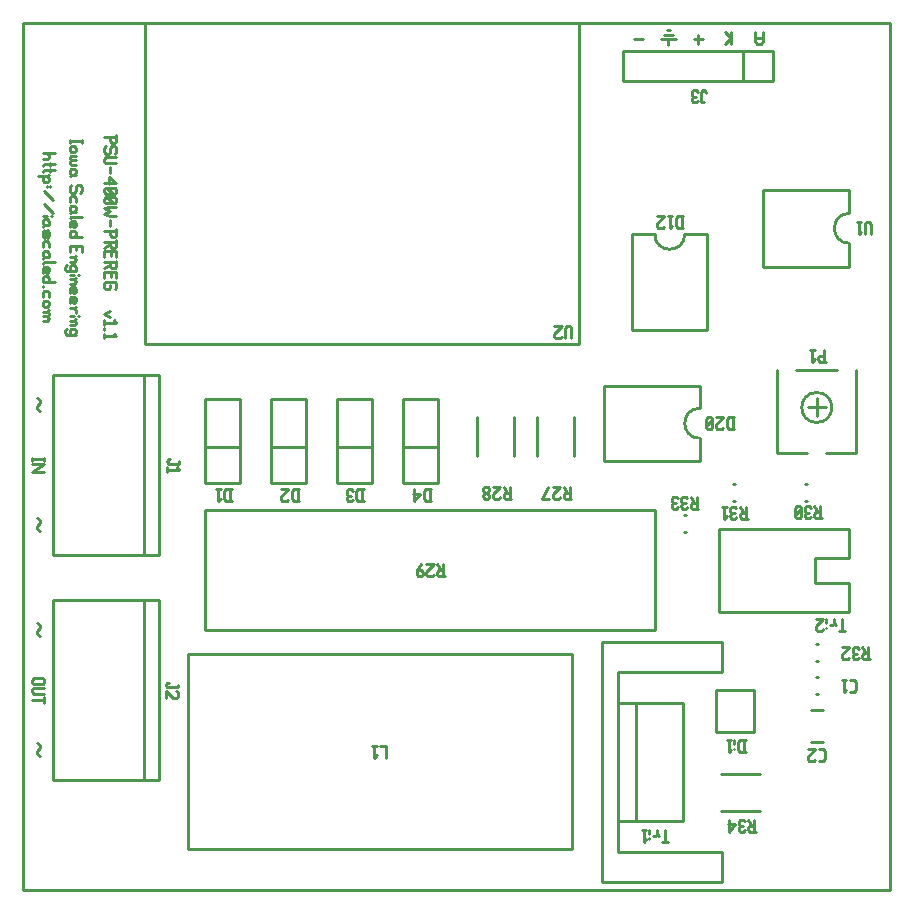
<source format=gbr>
G04 start of page 8 for group -4079 idx -4079 *
G04 Title: (unknown), topsilk *
G04 Creator: pcb 20110918 *
G04 CreationDate: Sun 21 Dec 2014 03:27:12 AM GMT UTC *
G04 For: petersen *
G04 Format: Gerber/RS-274X *
G04 PCB-Dimensions: 290000 290000 *
G04 PCB-Coordinate-Origin: lower left *
%MOIN*%
%FSLAX25Y25*%
%LNTOPSILK*%
%ADD88C,0.0100*%
G54D88*X289500Y289500D02*Y500D01*
X500D01*
X215500Y282000D02*Y284000D01*
X215000Y287000D02*X216000D01*
X214000Y285500D02*X217000D01*
X213000Y284000D02*X218000D01*
X500Y289500D02*X289500D01*
X500Y500D02*Y289500D01*
X225500Y282500D02*Y285500D01*
X227000Y284000D02*X224000D01*
X207000D02*X204000D01*
X5200Y164500D02*X6100Y163600D01*
Y162700D01*
X5200Y161800D01*
Y160900D01*
X6100Y160000D01*
X7500Y144500D02*Y143500D01*
X3500Y144000D02*X7500D01*
X3500Y144500D02*Y143500D01*
Y142300D02*X7500D01*
X3500Y139800D01*
X7500D01*
X5200Y124500D02*X6100Y123600D01*
Y122700D01*
X5200Y121800D01*
Y120900D01*
X6100Y120000D01*
X4000Y71000D02*X7000D01*
X7500Y70500D01*
Y69500D01*
X7000Y69000D01*
X4000D02*X7000D01*
X3500Y69500D02*X4000Y69000D01*
X3500Y70500D02*Y69500D01*
X4000Y71000D02*X3500Y70500D01*
X4000Y67800D02*X7500D01*
X4000D02*X3500Y67300D01*
Y66300D01*
X4000Y65800D01*
X7500D01*
Y64600D02*Y62600D01*
X3500Y63600D02*X7500D01*
X5200Y49500D02*X6100Y48600D01*
Y47700D01*
X5200Y46800D01*
Y45900D01*
X6100Y45000D01*
X5200Y89500D02*X6100Y88600D01*
Y87700D01*
X5200Y86800D01*
Y85900D01*
X6100Y85000D01*
X247000Y286500D02*Y283500D01*
X246300Y282500D01*
X245200D02*X246300D01*
X245200D02*X244500Y283500D01*
Y286500D02*Y283500D01*
Y284500D02*X247000D01*
X236500Y286500D02*Y282500D01*
Y284500D02*X234500Y282500D01*
X236500Y284500D02*X234500Y286500D01*
X20000Y250500D02*Y249500D01*
X16000Y250000D02*X20000D01*
X16000Y250500D02*Y249500D01*
X16500Y248300D02*X17500D01*
X18000Y247800D01*
Y246800D01*
X17500Y246300D01*
X16500D02*X17500D01*
X16000Y246800D02*X16500Y246300D01*
X16000Y247800D02*Y246800D01*
X16500Y248300D02*X16000Y247800D01*
X16500Y245100D02*X18000D01*
X16500D02*X16000Y244600D01*
Y244100D01*
X16500Y243600D01*
X18000D01*
X16500D02*X16000Y243100D01*
Y242600D01*
X16500Y242100D01*
X18000D01*
Y239400D02*X17500Y238900D01*
X18000Y240400D02*Y239400D01*
X17500Y240900D02*X18000Y240400D01*
X16500Y240900D02*X17500D01*
X16500D02*X16000Y240400D01*
X16500Y238900D02*X18000D01*
X16500D02*X16000Y238400D01*
Y240400D02*Y239400D01*
X16500Y238900D01*
X20000Y233400D02*X19500Y232900D01*
X20000Y234900D02*Y233400D01*
X19500Y235400D02*X20000Y234900D01*
X18500Y235400D02*X19500D01*
X18500D02*X18000Y234900D01*
Y233400D01*
X17500Y232900D01*
X16500D02*X17500D01*
X16000Y233400D02*X16500Y232900D01*
X16000Y234900D02*Y233400D01*
X16500Y235400D02*X16000Y234900D01*
X18000Y231200D02*Y229700D01*
X17500Y231700D02*X18000Y231200D01*
X16500Y231700D02*X17500D01*
X16500D02*X16000Y231200D01*
Y229700D01*
X18000Y227000D02*X17500Y226500D01*
X18000Y228000D02*Y227000D01*
X17500Y228500D02*X18000Y228000D01*
X16500Y228500D02*X17500D01*
X16500D02*X16000Y228000D01*
X16500Y226500D02*X18000D01*
X16500D02*X16000Y226000D01*
Y228000D02*Y227000D01*
X16500Y226500D01*
Y224800D02*X20000D01*
X16500D02*X16000Y224300D01*
Y222800D02*Y221300D01*
X16500Y223300D02*X16000Y222800D01*
X16500Y223300D02*X17500D01*
X18000Y222800D01*
Y221800D01*
X17500Y221300D01*
X17000Y223300D02*Y221300D01*
X17500D01*
X16000Y218100D02*X20000D01*
X16000Y218600D02*X16500Y218100D01*
X16000Y219600D02*Y218600D01*
X16500Y220100D02*X16000Y219600D01*
X16500Y220100D02*X17500D01*
X18000Y219600D01*
Y218600D01*
X17500Y218100D01*
X18200Y215100D02*Y213600D01*
X16000Y215100D02*Y213100D01*
Y215100D02*X20000D01*
Y213100D01*
X16000Y211400D02*X17500D01*
X18000Y210900D01*
Y210400D01*
X17500Y209900D01*
X16000D02*X17500D01*
X18000Y211900D02*X17500Y211400D01*
X18000Y207200D02*X17500Y206700D01*
X18000Y208200D02*Y207200D01*
X17500Y208700D02*X18000Y208200D01*
X16500Y208700D02*X17500D01*
X16500D02*X16000Y208200D01*
Y207200D01*
X16500Y206700D01*
X15000Y208700D02*X14500Y208200D01*
Y207200D01*
X15000Y206700D01*
X18000D01*
X18900Y205500D02*X19000D01*
X16000D02*X17500D01*
X16000Y204000D02*X17500D01*
X18000Y203500D01*
Y203000D01*
X17500Y202500D01*
X16000D02*X17500D01*
X18000Y204500D02*X17500Y204000D01*
X16000Y200800D02*Y199300D01*
X16500Y201300D02*X16000Y200800D01*
X16500Y201300D02*X17500D01*
X18000Y200800D01*
Y199800D01*
X17500Y199300D01*
X17000Y201300D02*Y199300D01*
X17500D01*
X16000Y197600D02*Y196100D01*
X16500Y198100D02*X16000Y197600D01*
X16500Y198100D02*X17500D01*
X18000Y197600D01*
Y196600D01*
X17500Y196100D01*
X17000Y198100D02*Y196100D01*
X17500D01*
X16000Y194400D02*X17500D01*
X18000Y193900D01*
Y192900D01*
Y194900D02*X17500Y194400D01*
X18900Y191700D02*X19000D01*
X16000D02*X17500D01*
X16000Y190200D02*X17500D01*
X18000Y189700D01*
Y189200D01*
X17500Y188700D01*
X16000D02*X17500D01*
X18000Y190700D02*X17500Y190200D01*
X18000Y186000D02*X17500Y185500D01*
X18000Y187000D02*Y186000D01*
X17500Y187500D02*X18000Y187000D01*
X16500Y187500D02*X17500D01*
X16500D02*X16000Y187000D01*
Y186000D01*
X16500Y185500D01*
X15000Y187500D02*X14500Y187000D01*
Y186000D01*
X15000Y185500D01*
X18000D01*
X7000Y246000D02*X11000D01*
X8500D02*X9000Y245500D01*
Y244500D01*
X8500Y244000D01*
X7000D02*X8500D01*
X7500Y242300D02*X11000D01*
X7500D02*X7000Y241800D01*
X9500Y242800D02*Y241800D01*
X7500Y240300D02*X11000D01*
X7500D02*X7000Y239800D01*
X9500Y240800D02*Y239800D01*
X5500Y238300D02*X8500D01*
X9000Y238800D02*X8500Y238300D01*
X9000Y237800D01*
Y236800D01*
X8500Y236300D01*
X7500D02*X8500D01*
X7000Y236800D02*X7500Y236300D01*
X7000Y237800D02*Y236800D01*
X7500Y238300D02*X7000Y237800D01*
X9500Y235100D02*Y234600D01*
X8500Y235100D02*Y234600D01*
X7500Y233400D02*X10500Y230400D01*
X7500Y229200D02*X10500Y226200D01*
X9900Y225000D02*X10000D01*
X7000D02*X8500D01*
X9000Y222500D02*X8500Y222000D01*
X9000Y223500D02*Y222500D01*
X8500Y224000D02*X9000Y223500D01*
X7500Y224000D02*X8500D01*
X7500D02*X7000Y223500D01*
X7500Y222000D02*X9000D01*
X7500D02*X7000Y221500D01*
Y223500D02*Y222500D01*
X7500Y222000D01*
X7000Y219800D02*Y218300D01*
X7500Y217800D01*
X8000Y218300D02*X7500Y217800D01*
X8000Y219800D02*Y218300D01*
X8500Y220300D02*X8000Y219800D01*
X8500Y220300D02*X9000Y219800D01*
Y218300D01*
X8500Y217800D01*
X7500Y220300D02*X7000Y219800D01*
X9000Y216100D02*Y214600D01*
X8500Y216600D02*X9000Y216100D01*
X7500Y216600D02*X8500D01*
X7500D02*X7000Y216100D01*
Y214600D01*
X9000Y211900D02*X8500Y211400D01*
X9000Y212900D02*Y211900D01*
X8500Y213400D02*X9000Y212900D01*
X7500Y213400D02*X8500D01*
X7500D02*X7000Y212900D01*
X7500Y211400D02*X9000D01*
X7500D02*X7000Y210900D01*
Y212900D02*Y211900D01*
X7500Y211400D01*
Y209700D02*X11000D01*
X7500D02*X7000Y209200D01*
Y207700D02*Y206200D01*
X7500Y208200D02*X7000Y207700D01*
X7500Y208200D02*X8500D01*
X9000Y207700D01*
Y206700D01*
X8500Y206200D01*
X8000Y208200D02*Y206200D01*
X8500D01*
X7000Y203000D02*X11000D01*
X7000Y203500D02*X7500Y203000D01*
X7000Y204500D02*Y203500D01*
X7500Y205000D02*X7000Y204500D01*
X7500Y205000D02*X8500D01*
X9000Y204500D01*
Y203500D01*
X8500Y203000D01*
X7000Y201800D02*Y201300D01*
X9000Y199600D02*Y198100D01*
X8500Y200100D02*X9000Y199600D01*
X7500Y200100D02*X8500D01*
X7500D02*X7000Y199600D01*
Y198100D01*
X7500Y196900D02*X8500D01*
X9000Y196400D01*
Y195400D01*
X8500Y194900D01*
X7500D02*X8500D01*
X7000Y195400D02*X7500Y194900D01*
X7000Y196400D02*Y195400D01*
X7500Y196900D02*X7000Y196400D01*
Y193200D02*X8500D01*
X9000Y192700D01*
Y192200D01*
X8500Y191700D01*
X7000D02*X8500D01*
X9000Y191200D01*
Y190700D01*
X8500Y190200D01*
X7000D02*X8500D01*
X9000Y193700D02*X8500Y193200D01*
X27500Y251500D02*X31500D01*
Y252000D02*Y250000D01*
X31000Y249500D01*
X30000D02*X31000D01*
X29500Y250000D02*X30000Y249500D01*
X29500Y251500D02*Y250000D01*
X31500Y246300D02*X31000Y245800D01*
X31500Y247800D02*Y246300D01*
X31000Y248300D02*X31500Y247800D01*
X30000Y248300D02*X31000D01*
X30000D02*X29500Y247800D01*
Y246300D01*
X29000Y245800D01*
X28000D02*X29000D01*
X27500Y246300D02*X28000Y245800D01*
X27500Y247800D02*Y246300D01*
X28000Y248300D02*X27500Y247800D01*
X28000Y244600D02*X31500D01*
X28000D02*X27500Y244100D01*
Y243100D01*
X28000Y242600D01*
X31500D01*
X29500Y241400D02*Y239400D01*
X29000Y238200D02*X31500Y236200D01*
X29000Y238200D02*Y235700D01*
X27500Y236200D02*X31500D01*
X28000Y234500D02*X27500Y234000D01*
X28000Y234500D02*X31000D01*
X31500Y234000D01*
Y233000D01*
X31000Y232500D01*
X28000D02*X31000D01*
X27500Y233000D02*X28000Y232500D01*
X27500Y234000D02*Y233000D01*
X28500Y234500D02*X30500Y232500D01*
X28000Y231300D02*X27500Y230800D01*
X28000Y231300D02*X31000D01*
X31500Y230800D01*
Y229800D01*
X31000Y229300D01*
X28000D02*X31000D01*
X27500Y229800D02*X28000Y229300D01*
X27500Y230800D02*Y229800D01*
X28500Y231300D02*X30500Y229300D01*
X29500Y228100D02*X31500D01*
X29500D02*X27500Y227600D01*
X29500Y226600D01*
X27500Y225600D01*
X29500Y225100D01*
X31500D01*
X29500Y223900D02*Y221900D01*
X27500Y220200D02*X31500D01*
Y220700D02*Y218700D01*
X31000Y218200D01*
X30000D02*X31000D01*
X29500Y218700D02*X30000Y218200D01*
X29500Y220200D02*Y218700D01*
X31500Y217000D02*Y215000D01*
X31000Y214500D01*
X30000D02*X31000D01*
X29500Y215000D02*X30000Y214500D01*
X29500Y216500D02*Y215000D01*
X27500Y216500D02*X31500D01*
X29500Y215700D02*X27500Y214500D01*
X29700Y213300D02*Y211800D01*
X27500Y213300D02*Y211300D01*
Y213300D02*X31500D01*
Y211300D01*
Y210100D02*Y208100D01*
X31000Y207600D01*
X30000D02*X31000D01*
X29500Y208100D02*X30000Y207600D01*
X29500Y209600D02*Y208100D01*
X27500Y209600D02*X31500D01*
X29500Y208800D02*X27500Y207600D01*
X29700Y206400D02*Y204900D01*
X27500Y206400D02*Y204400D01*
Y206400D02*X31500D01*
Y204400D01*
Y201200D02*X31000Y200700D01*
X31500Y202700D02*Y201200D01*
X31000Y203200D02*X31500Y202700D01*
X28000Y203200D02*X31000D01*
X28000D02*X27500Y202700D01*
Y201200D01*
X28000Y200700D01*
X29000D01*
X29500Y201200D02*X29000Y200700D01*
X29500Y202200D02*Y201200D01*
Y193500D02*X27500Y192500D01*
X29500Y191500D02*X27500Y192500D01*
X30700Y190300D02*X31500Y189500D01*
X27500D02*X31500D01*
X27500Y190300D02*Y188800D01*
Y187600D02*Y187100D01*
X30700Y185900D02*X31500Y185100D01*
X27500D02*X31500D01*
X27500Y185900D02*Y184400D01*
X244246Y67121D02*Y53221D01*
X231446Y67121D02*X244246D01*
X231446D02*Y53221D01*
X244246D01*
X55500Y14000D02*X183500D01*
X55500Y79000D02*X183500D01*
Y14000D01*
X55500Y79000D02*Y14000D01*
X233000Y26900D02*X246000D01*
X233000Y39100D02*X246000D01*
X220343Y62685D02*Y23315D01*
X198689Y73000D02*Y13000D01*
X204595Y62685D02*Y23315D01*
X198689Y62685D02*X220343D01*
X198689Y23315D02*X220343D01*
X193500Y83000D02*Y3000D01*
X233500D01*
Y13000D02*Y3000D01*
X198689Y13000D02*X233500D01*
X193500Y83000D02*X233500D01*
Y73000D01*
X198689D02*X233500D01*
X264607Y76745D02*X265393D01*
X264607Y82255D02*X265393D01*
X264607Y71255D02*X265393D01*
X264607Y65745D02*X265393D01*
X263032Y60314D02*X266968D01*
X263032Y49686D02*X266968D01*
X10300Y97000D02*Y37000D01*
X45700Y97000D02*Y37000D01*
X40800Y97000D02*Y37000D01*
X10300Y97000D02*X45700D01*
X10300Y37000D02*X45700D01*
X275870Y233795D02*Y226000D01*
Y216000D02*Y208205D01*
X247130D02*X275870D01*
X247130Y233795D02*Y208205D01*
Y233795D02*X275870D01*
Y226000D02*G75*G03X275870Y216000I0J-5000D01*G01*
X220607Y125255D02*X221393D01*
X220607Y119745D02*X221393D01*
X237107Y135755D02*X237893D01*
X237107Y130245D02*X237893D01*
X226000Y168500D02*Y161000D01*
Y151000D02*Y143500D01*
X194000D02*X226000D01*
X194000Y168500D02*Y143500D01*
Y168500D02*X226000D01*
Y161000D02*G75*G03X226000Y151000I0J-5000D01*G01*
X203500Y219000D02*X211000D01*
X221000D02*X228500D01*
Y187000D01*
X203500D02*X228500D01*
X203500Y219000D02*Y187000D01*
X211000Y219000D02*G75*G03X221000Y219000I5000J0D01*G01*
X261107Y130245D02*X261893D01*
X261107Y135755D02*X261893D01*
X10300Y172000D02*Y112000D01*
X45700Y172000D02*Y112000D01*
X40800Y172000D02*Y112000D01*
X10300Y172000D02*X45700D01*
X10300Y112000D02*X45700D01*
X94906Y163976D02*Y136024D01*
X83094D02*X94906D01*
X83094Y163976D02*Y136024D01*
Y163976D02*X94906D01*
X83094Y148200D02*X94906D01*
X72906Y163976D02*Y136024D01*
X61094D02*X72906D01*
X61094Y163976D02*Y136024D01*
Y163976D02*X72906D01*
X61094Y148200D02*X72906D01*
X232291Y120780D02*Y93220D01*
X275791D01*
X232291Y120780D02*X275791D01*
Y102800D02*Y93220D01*
X264291Y102800D02*X275791D01*
Y120780D02*Y111200D01*
X264291D02*X275791D01*
X264291D02*Y102800D01*
X200500Y280000D02*X250500D01*
X200500D02*Y270000D01*
X250500D01*
Y280000D02*Y270000D01*
X240500Y280000D02*Y270000D01*
X250500D01*
X41241Y289512D02*X185730D01*
X41241D02*Y182425D01*
X185730Y289512D02*Y182425D01*
X41241D02*X185730D01*
X278209Y173858D02*Y146142D01*
X268200D02*X278209D01*
X251791D02*X261800D01*
X251791Y173858D02*Y146142D01*
X258200Y173858D02*X271800D01*
X265000Y164260D02*Y158260D01*
X262000Y161260D02*X268000D01*
X265000Y166260D02*G75*G03X265000Y166260I0J-5000D01*G01*
X61000Y127000D02*X211000D01*
X61000Y87000D02*X211000D01*
X61000D02*Y127000D01*
X211000Y87000D02*Y127000D01*
X138906Y163976D02*Y136024D01*
X127094D02*X138906D01*
X127094Y163976D02*Y136024D01*
Y163976D02*X138906D01*
X127094Y148200D02*X138906D01*
X116906Y163976D02*Y136024D01*
X105094D02*X116906D01*
X105094Y163976D02*Y136024D01*
Y163976D02*X116906D01*
X105094Y148200D02*X116906D01*
X151900Y158000D02*Y145000D01*
X164100Y158000D02*Y145000D01*
X171900Y158000D02*Y145000D01*
X184100Y158000D02*Y145000D01*
X52500Y143300D02*Y142500D01*
X49000D02*X52500D01*
X48500Y143000D02*X49000Y142500D01*
X48500Y143500D02*Y143000D01*
X49000Y144000D02*X48500Y143500D01*
X49000Y144000D02*X49500D01*
X51700Y141300D02*X52500Y140500D01*
X48500D02*X52500D01*
X48500Y141300D02*Y139800D01*
X139000Y105000D02*X141000D01*
X139000D02*X138500Y105500D01*
Y106500D02*Y105500D01*
X139000Y107000D02*X138500Y106500D01*
X139000Y107000D02*X140500D01*
Y109000D02*Y105000D01*
X139700Y107000D02*X138500Y109000D01*
X137300Y105500D02*X136800Y105000D01*
X135300D02*X136800D01*
X135300D02*X134800Y105500D01*
Y106500D02*Y105500D01*
X137300Y109000D02*X134800Y106500D01*
Y109000D02*X137300D01*
X133100D02*X131600Y107000D01*
Y105500D01*
X132100Y105000D02*X131600Y105500D01*
X132100Y105000D02*X133100D01*
X133600Y105500D02*X133100Y105000D01*
X133600Y106500D02*Y105500D01*
Y106500D02*X133100Y107000D01*
X131600D02*X133100D01*
X136000Y134000D02*Y130000D01*
X134700D02*X134000Y130700D01*
Y133300D02*Y130700D01*
X134700Y134000D02*X134000Y133300D01*
X134700Y134000D02*X136500D01*
X134700Y130000D02*X136500D01*
X132800Y132500D02*X130800Y130000D01*
X130300Y132500D02*X132800D01*
X130800Y134000D02*Y130000D01*
X92000Y134000D02*Y130000D01*
X90700D02*X90000Y130700D01*
Y133300D02*Y130700D01*
X90700Y134000D02*X90000Y133300D01*
X90700Y134000D02*X92500D01*
X90700Y130000D02*X92500D01*
X88800Y130500D02*X88300Y130000D01*
X86800D02*X88300D01*
X86800D02*X86300Y130500D01*
Y131500D02*Y130500D01*
X88800Y134000D02*X86300Y131500D01*
Y134000D02*X88800D01*
X113500D02*Y130000D01*
X112200D02*X111500Y130700D01*
Y133300D02*Y130700D01*
X112200Y134000D02*X111500Y133300D01*
X112200Y134000D02*X114000D01*
X112200Y130000D02*X114000D01*
X110300Y130500D02*X109800Y130000D01*
X108800D02*X109800D01*
X108800D02*X108300Y130500D01*
X108800Y134000D02*X108300Y133500D01*
X108800Y134000D02*X109800D01*
X110300Y133500D02*X109800Y134000D01*
X108800Y131800D02*X109800D01*
X108300Y131300D02*Y130500D01*
Y133500D02*Y132300D01*
X108800Y131800D01*
X108300Y131300D02*X108800Y131800D01*
X69500Y134000D02*Y130000D01*
X68200D02*X67500Y130700D01*
Y133300D02*Y130700D01*
X68200Y134000D02*X67500Y133300D01*
X68200Y134000D02*X70000D01*
X68200Y130000D02*X70000D01*
X66300Y130800D02*X65500Y130000D01*
Y134000D02*Y130000D01*
X64800Y134000D02*X66300D01*
X240779Y50446D02*Y46446D01*
X239479D02*X238779Y47146D01*
Y49746D02*Y47146D01*
X239479Y50446D02*X238779Y49746D01*
X239479Y50446D02*X241279D01*
X239479Y46446D02*X241279D01*
X237579Y47546D02*Y47446D01*
Y50446D02*Y48946D01*
X236579Y47246D02*X235779Y46446D01*
Y50446D02*Y46446D01*
X235079Y50446D02*X236579D01*
X121500Y48500D02*Y44500D01*
X119500Y48500D02*X121500D01*
X118300Y45300D02*X117500Y44500D01*
Y48500D02*Y44500D01*
X116800Y48500D02*X118300D01*
X265650Y47350D02*X266950D01*
X267650Y46650D02*X266950Y47350D01*
X267650Y46650D02*Y44050D01*
X266950Y43350D01*
X265650D02*X266950D01*
X264450Y43850D02*X263950Y43350D01*
X262450D02*X263950D01*
X262450D02*X261950Y43850D01*
Y44850D02*Y43850D01*
X264450Y47350D02*X261950Y44850D01*
Y47350D02*X264450D01*
X242650Y19850D02*X244650D01*
X242650D02*X242150Y20350D01*
Y21350D02*Y20350D01*
X242650Y21850D02*X242150Y21350D01*
X242650Y21850D02*X244150D01*
Y23850D02*Y19850D01*
X243350Y21850D02*X242150Y23850D01*
X240950Y20350D02*X240450Y19850D01*
X239450D02*X240450D01*
X239450D02*X238950Y20350D01*
X239450Y23850D02*X238950Y23350D01*
X239450Y23850D02*X240450D01*
X240950Y23350D02*X240450Y23850D01*
X239450Y21650D02*X240450D01*
X238950Y21150D02*Y20350D01*
Y23350D02*Y22150D01*
X239450Y21650D01*
X238950Y21150D02*X239450Y21650D01*
X237750Y22350D02*X235750Y19850D01*
X235250Y22350D02*X237750D01*
X235750Y23850D02*Y19850D01*
X213500Y16500D02*X215500D01*
X214500Y20500D02*Y16500D01*
X211800Y20500D02*Y19000D01*
X211300Y18500D01*
X210300D02*X211300D01*
X212300D02*X211800Y19000D01*
X209100Y17600D02*Y17500D01*
Y20500D02*Y19000D01*
X208100Y17300D02*X207300Y16500D01*
Y20500D02*Y16500D01*
X206600Y20500D02*X208100D01*
X52000Y68800D02*Y68000D01*
X48500D02*X52000D01*
X48000Y68500D02*X48500Y68000D01*
X48000Y69000D02*Y68500D01*
X48500Y69500D02*X48000Y69000D01*
X48500Y69500D02*X49000D01*
X51500Y66800D02*X52000Y66300D01*
Y64800D01*
X51500Y64300D01*
X50500D02*X51500D01*
X48000Y66800D02*X50500Y64300D01*
X48000Y66800D02*Y64300D01*
X161150Y130850D02*X163150D01*
X161150D02*X160650Y131350D01*
Y132350D02*Y131350D01*
X161150Y132850D02*X160650Y132350D01*
X161150Y132850D02*X162650D01*
Y134850D02*Y130850D01*
X161850Y132850D02*X160650Y134850D01*
X159450Y131350D02*X158950Y130850D01*
X157450D02*X158950D01*
X157450D02*X156950Y131350D01*
Y132350D02*Y131350D01*
X159450Y134850D02*X156950Y132350D01*
Y134850D02*X159450D01*
X155750Y134350D02*X155250Y134850D01*
X155750Y134350D02*Y133550D01*
X155050Y132850D01*
X154450D02*X155050D01*
X154450D02*X153750Y133550D01*
Y134350D02*Y133550D01*
X154250Y134850D02*X153750Y134350D01*
X154250Y134850D02*X155250D01*
X155750Y132150D02*X155050Y132850D01*
X155750Y132150D02*Y131350D01*
X155250Y130850D01*
X154250D02*X155250D01*
X154250D02*X153750Y131350D01*
Y132150D02*Y131350D01*
X154450Y132850D02*X153750Y132150D01*
X181150Y130850D02*X183150D01*
X181150D02*X180650Y131350D01*
Y132350D02*Y131350D01*
X181150Y132850D02*X180650Y132350D01*
X181150Y132850D02*X182650D01*
Y134850D02*Y130850D01*
X181850Y132850D02*X180650Y134850D01*
X179450Y131350D02*X178950Y130850D01*
X177450D02*X178950D01*
X177450D02*X176950Y131350D01*
Y132350D02*Y131350D01*
X179450Y134850D02*X176950Y132350D01*
Y134850D02*X179450D01*
X175250D02*X173250Y130850D01*
X175750D01*
X183202Y187807D02*Y184307D01*
Y187807D02*X182702Y188307D01*
X181702D02*X182702D01*
X181702D02*X181202Y187807D01*
Y184307D01*
X180002Y184807D02*X179502Y184307D01*
X178002D02*X179502D01*
X178002D02*X177502Y184807D01*
Y185807D02*Y184807D01*
X180002Y188307D02*X177502Y185807D01*
Y188307D02*X180002D01*
X283000Y222500D02*Y219000D01*
Y222500D02*X282500Y223000D01*
X281500D02*X282500D01*
X281500D02*X281000Y222500D01*
Y219000D01*
X279800Y219800D02*X279000Y219000D01*
Y223000D02*Y219000D01*
X278300Y223000D02*X279800D01*
X220000Y225000D02*Y221000D01*
X218700D02*X218000Y221700D01*
Y224300D02*Y221700D01*
X218700Y225000D02*X218000Y224300D01*
X218700Y225000D02*X220500D01*
X218700Y221000D02*X220500D01*
X216800Y221800D02*X216000Y221000D01*
Y225000D02*Y221000D01*
X215300Y225000D02*X216800D01*
X214100Y221500D02*X213600Y221000D01*
X212100D02*X213600D01*
X212100D02*X211600Y221500D01*
Y222500D02*Y221500D01*
X214100Y225000D02*X211600Y222500D01*
Y225000D02*X214100D01*
X267500Y180500D02*Y176500D01*
X266000D02*X268000D01*
X266000D02*X265500Y177000D01*
Y178000D02*Y177000D01*
X266000Y178500D02*X265500Y178000D01*
X266000Y178500D02*X267500D01*
X264300Y177300D02*X263500Y176500D01*
Y180500D02*Y176500D01*
X262800Y180500D02*X264300D01*
X272500Y86791D02*X274500D01*
X273500Y90791D02*Y86791D01*
X270800Y90791D02*Y89291D01*
X270300Y88791D01*
X269300D02*X270300D01*
X271300D02*X270800Y89291D01*
X268100Y87891D02*Y87791D01*
Y90791D02*Y89291D01*
X267100Y87291D02*X266600Y86791D01*
X265100D02*X266600D01*
X265100D02*X264600Y87291D01*
Y88291D02*Y87291D01*
X267100Y90791D02*X264600Y88291D01*
Y90791D02*X267100D01*
X280650Y77350D02*X282650D01*
X280650D02*X280150Y77850D01*
Y78850D02*Y77850D01*
X280650Y79350D02*X280150Y78850D01*
X280650Y79350D02*X282150D01*
Y81350D02*Y77350D01*
X281350Y79350D02*X280150Y81350D01*
X278950Y77850D02*X278450Y77350D01*
X277450D02*X278450D01*
X277450D02*X276950Y77850D01*
X277450Y81350D02*X276950Y80850D01*
X277450Y81350D02*X278450D01*
X278950Y80850D02*X278450Y81350D01*
X277450Y79150D02*X278450D01*
X276950Y78650D02*Y77850D01*
Y80850D02*Y79650D01*
X277450Y79150D01*
X276950Y78650D02*X277450Y79150D01*
X275750Y77850D02*X275250Y77350D01*
X273750D02*X275250D01*
X273750D02*X273250Y77850D01*
Y78850D02*Y77850D01*
X275750Y81350D02*X273250Y78850D01*
Y81350D02*X275750D01*
X276064Y70350D02*X277364D01*
X278064Y69650D02*X277364Y70350D01*
X278064Y69650D02*Y67050D01*
X277364Y66350D01*
X276064D02*X277364D01*
X274864Y67150D02*X274064Y66350D01*
Y70350D02*Y66350D01*
X273364Y70350D02*X274864D01*
X223500Y127500D02*X225500D01*
X223500D02*X223000Y128000D01*
Y129000D02*Y128000D01*
X223500Y129500D02*X223000Y129000D01*
X223500Y129500D02*X225000D01*
Y131500D02*Y127500D01*
X224200Y129500D02*X223000Y131500D01*
X221800Y128000D02*X221300Y127500D01*
X220300D02*X221300D01*
X220300D02*X219800Y128000D01*
X220300Y131500D02*X219800Y131000D01*
X220300Y131500D02*X221300D01*
X221800Y131000D02*X221300Y131500D01*
X220300Y129300D02*X221300D01*
X219800Y128800D02*Y128000D01*
Y131000D02*Y129800D01*
X220300Y129300D01*
X219800Y128800D02*X220300Y129300D01*
X218600Y128000D02*X218100Y127500D01*
X217100D02*X218100D01*
X217100D02*X216600Y128000D01*
X217100Y131500D02*X216600Y131000D01*
X217100Y131500D02*X218100D01*
X218600Y131000D02*X218100Y131500D01*
X217100Y129300D02*X218100D01*
X216600Y128800D02*Y128000D01*
Y131000D02*Y129800D01*
X217100Y129300D01*
X216600Y128800D02*X217100Y129300D01*
X239922Y124207D02*X241922D01*
X239922D02*X239422Y124707D01*
Y125707D02*Y124707D01*
X239922Y126207D02*X239422Y125707D01*
X239922Y126207D02*X241422D01*
Y128207D02*Y124207D01*
X240622Y126207D02*X239422Y128207D01*
X238222Y124707D02*X237722Y124207D01*
X236722D02*X237722D01*
X236722D02*X236222Y124707D01*
X236722Y128207D02*X236222Y127707D01*
X236722Y128207D02*X237722D01*
X238222Y127707D02*X237722Y128207D01*
X236722Y126007D02*X237722D01*
X236222Y125507D02*Y124707D01*
Y127707D02*Y126507D01*
X236722Y126007D01*
X236222Y125507D02*X236722Y126007D01*
X235022Y125007D02*X234222Y124207D01*
Y128207D02*Y124207D01*
X233522Y128207D02*X235022D01*
X237050Y157950D02*Y153950D01*
X235750D02*X235050Y154650D01*
Y157250D02*Y154650D01*
X235750Y157950D02*X235050Y157250D01*
X235750Y157950D02*X237550D01*
X235750Y153950D02*X237550D01*
X233850Y154450D02*X233350Y153950D01*
X231850D02*X233350D01*
X231850D02*X231350Y154450D01*
Y155450D02*Y154450D01*
X233850Y157950D02*X231350Y155450D01*
Y157950D02*X233850D01*
X230150Y157450D02*X229650Y157950D01*
X230150Y157450D02*Y154450D01*
X229650Y153950D01*
X228650D02*X229650D01*
X228650D02*X228150Y154450D01*
Y157450D02*Y154450D01*
X228650Y157950D02*X228150Y157450D01*
X228650Y157950D02*X229650D01*
X230150Y156950D02*X228150Y154950D01*
X264693Y124350D02*X266693D01*
X264693D02*X264193Y124850D01*
Y125850D02*Y124850D01*
X264693Y126350D02*X264193Y125850D01*
X264693Y126350D02*X266193D01*
Y128350D02*Y124350D01*
X265393Y126350D02*X264193Y128350D01*
X262993Y124850D02*X262493Y124350D01*
X261493D02*X262493D01*
X261493D02*X260993Y124850D01*
X261493Y128350D02*X260993Y127850D01*
X261493Y128350D02*X262493D01*
X262993Y127850D02*X262493Y128350D01*
X261493Y126150D02*X262493D01*
X260993Y125650D02*Y124850D01*
Y127850D02*Y126650D01*
X261493Y126150D01*
X260993Y125650D02*X261493Y126150D01*
X259793Y127850D02*X259293Y128350D01*
X259793Y127850D02*Y124850D01*
X259293Y124350D01*
X258293D02*X259293D01*
X258293D02*X257793Y124850D01*
Y127850D02*Y124850D01*
X258293Y128350D02*X257793Y127850D01*
X258293Y128350D02*X259293D01*
X259793Y127350D02*X257793Y125350D01*
X226500Y263000D02*X227300D01*
X226500Y266500D02*Y263000D01*
X227000Y267000D02*X226500Y266500D01*
X227000Y267000D02*X227500D01*
X228000Y266500D02*X227500Y267000D01*
X228000Y266500D02*Y266000D01*
X225300Y263500D02*X224800Y263000D01*
X223800D02*X224800D01*
X223800D02*X223300Y263500D01*
X223800Y267000D02*X223300Y266500D01*
X223800Y267000D02*X224800D01*
X225300Y266500D02*X224800Y267000D01*
X223800Y264800D02*X224800D01*
X223300Y264300D02*Y263500D01*
Y266500D02*Y265300D01*
X223800Y264800D01*
X223300Y264300D02*X223800Y264800D01*
M02*

</source>
